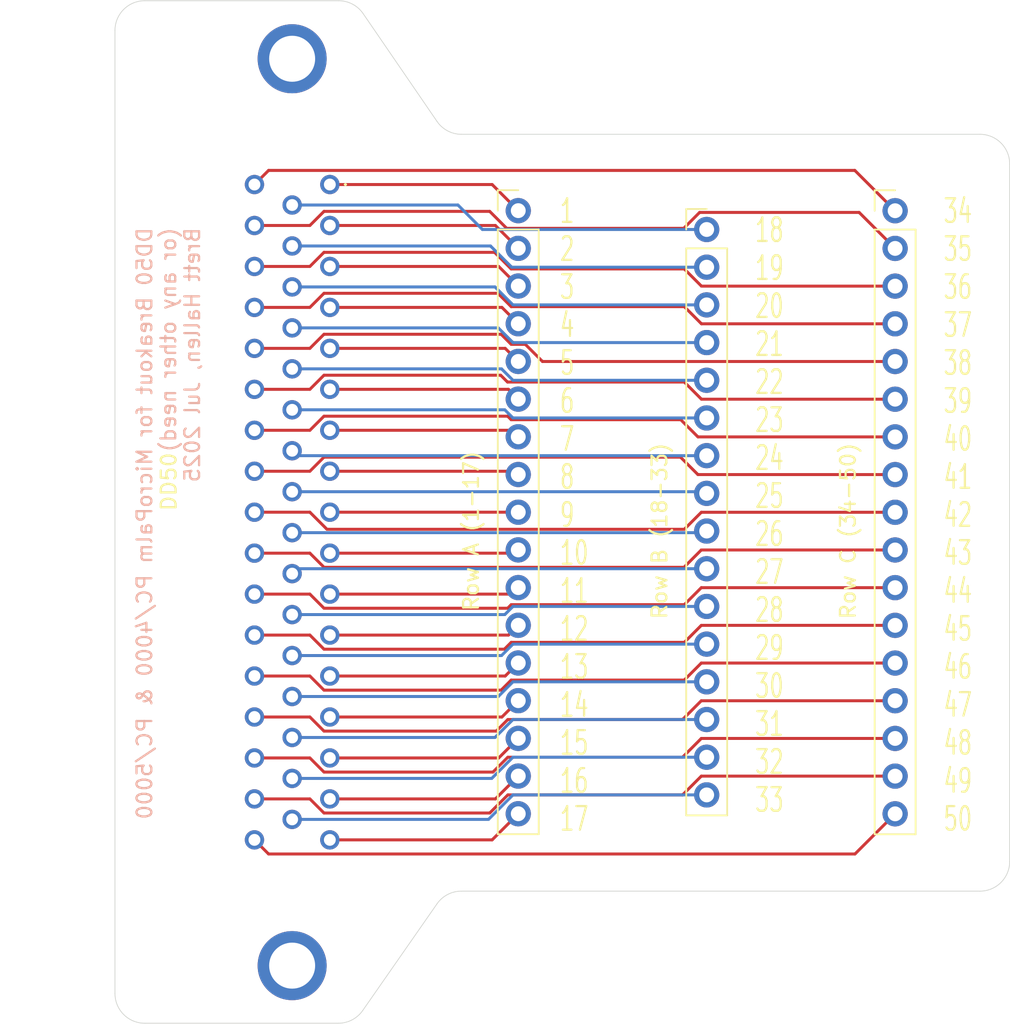
<source format=kicad_pcb>
(kicad_pcb (version 20241229) (generator "pcbnew") (generator_version "9.0")
  (title_block (title "Breakout Adaptor for DD50 Interface") (date "17-Jul-2025") (rev "A") (company "Brett Hallen") (comment 1 "www.youtube.com/@Brfff"))
  (layers (0 "F.Cu" signal) (2 "B.Cu" signal) (13 "F.Paste" user) (15 "B.Paste" user) (5 "F.SilkS" user "F.Silkscreen") (7 "B.SilkS" user "B.Silkscreen") (1 "F.Mask" user) (3 "B.Mask" user) (25 "Edge.Cuts" user))
  (net 0 "")
  (net 1 "45")
  (net 2 "47")
  (net 3 "25")
  (net 4 "44")
  (net 5 "6")
  (net 6 "37")
  (net 7 "30")
  (net 8 "33")
  (net 9 "24")
  (net 10 "40")
  (net 11 "46")
  (net 12 "13")
  (net 13 "36")
  (net 14 "48")
  (net 15 "2")
  (net 16 "29")
  (net 17 "34")
  (net 18 "38")
  (net 19 "20")
  (net 20 "49")
  (net 21 "39")
  (net 23 "3")
  (net 25 "5")
  (net 26 "19")
  (net 27 "1")
  (net 28 "4")
  (net 29 "10")
  (net 30 "28")
  (net 31 "22")
  (net 32 "42")
  (net 33 "21")
  (net 34 "41")
  (net 35 "12")
  (net 36 "43")
  (net 37 "26")
  (net 38 "15")
  (net 39 "31")
  (net 40 "50")
  (net 41 "7")
  (net 42 "23")
  (net 43 "14")
  (net 44 "17")
  (net 45 "11")
  (net 46 "27")
  (net 47 "16")
  (net 48 "32")
  (net 49 "35")
  (net 50 "8")
  (net 51 "18")
  (net 52 "9")
  (footprint "Connector_Dsub:DSUB-50_Pins" (layer "F.Cu") (at 73.34888 39.365 -90)
    (property "Reference" "J1" (hide yes))
    (property "Value" "DD50P564TXLF" (hide yes))
    (fp_line (start 0 -1) (end 0 -1) (stroke (width 0.1)) (layer "F.SilkS"))
    (fp_line (start 0 -1.1) (end 0 -1.1) (stroke (width 0.1)) (layer "F.SilkS"))
    (fp_arc (start 0 -1) (mid -0.05 -1.05) (end 0 -1.1) (stroke (width 0.1)) (layer "F.SilkS"))
    (fp_arc (start 0 -1.1) (mid 0.05 -1.05) (end 0 -1) (stroke (width 0.1)) (layer "F.SilkS"))
    (pad "1" thru_hole circle (at 0 0 270) (size 1.3 1.3) (drill 0.8) (layers "*.Cu" "*.Mask") (net 27 "1"))
    (pad "2" thru_hole circle (at 2.76 0 270) (size 1.3 1.3) (drill 0.8) (layers "*.Cu" "*.Mask") (net 15 "2"))
    (pad "3" thru_hole circle (at 5.52 0 270) (size 1.3 1.3) (drill 0.8) (layers "*.Cu" "*.Mask") (net 23 "3"))
    (pad "4" thru_hole circle (at 8.28 0 270) (size 1.3 1.3) (drill 0.8) (layers "*.Cu" "*.Mask") (net 28 "4"))
    (pad "5" thru_hole circle (at 11.04 0 270) (size 1.3 1.3) (drill 0.8) (layers "*.Cu" "*.Mask") (net 25 "5"))
    (pad "6" thru_hole circle (at 13.8 0 270) (size 1.3 1.3) (drill 0.8) (layers "*.Cu" "*.Mask") (net 5 "6"))
    (pad "7" thru_hole circle (at 16.56 0 270) (size 1.3 1.3) (drill 0.8) (layers "*.Cu" "*.Mask") (net 41 "7"))
    (pad "8" thru_hole circle (at 19.32 0 270) (size 1.3 1.3) (drill 0.8) (layers "*.Cu" "*.Mask") (net 50 "8"))
    (pad "9" thru_hole circle (at 22.08 0 270) (size 1.3 1.3) (drill 0.8) (layers "*.Cu" "*.Mask") (net 52 "9"))
    (pad "10" thru_hole circle (at 24.84 0 270) (size 1.3 1.3) (drill 0.8) (layers "*.Cu" "*.Mask") (net 29 "10"))
    (pad "11" thru_hole circle (at 27.6 0 270) (size 1.3 1.3) (drill 0.8) (layers "*.Cu" "*.Mask") (net 45 "11"))
    (pad "12" thru_hole circle (at 30.36 0 270) (size 1.3 1.3) (drill 0.8) (layers "*.Cu" "*.Mask") (net 35 "12"))
    (pad "13" thru_hole circle (at 33.12 0 270) (size 1.3 1.3) (drill 0.8) (layers "*.Cu" "*.Mask") (net 12 "13"))
    (pad "14" thru_hole circle (at 35.88 0 270) (size 1.3 1.3) (drill 0.8) (layers "*.Cu" "*.Mask") (net 43 "14"))
    (pad "15" thru_hole circle (at 38.64 0 270) (size 1.3 1.3) (drill 0.8) (layers "*.Cu" "*.Mask") (net 38 "15"))
    (pad "16" thru_hole circle (at 41.4 0 270) (size 1.3 1.3) (drill 0.8) (layers "*.Cu" "*.Mask") (net 47 "16"))
    (pad "17" thru_hole circle (at 44.16 0 270) (size 1.3 1.3) (drill 0.8) (layers "*.Cu" "*.Mask") (net 44 "17"))
    (pad "18" thru_hole circle (at 1.38 2.54 270) (size 1.3 1.3) (drill 0.8) (layers "*.Cu" "*.Mask") (net 51 "18"))
    (pad "19" thru_hole circle (at 4.14 2.54 270) (size 1.3 1.3) (drill 0.8) (layers "*.Cu" "*.Mask") (net 26 "19"))
    (pad "20" thru_hole circle (at 6.9 2.54 270) (size 1.3 1.3) (drill 0.8) (layers "*.Cu" "*.Mask") (net 19 "20"))
    (pad "21" thru_hole circle (at 9.66 2.54 270) (size 1.3 1.3) (drill 0.8) (layers "*.Cu" "*.Mask") (net 33 "21"))
    (pad "22" thru_hole circle (at 12.42 2.54 270) (size 1.3 1.3) (drill 0.8) (layers "*.Cu" "*.Mask") (net 31 "22"))
    (pad "23" thru_hole circle (at 15.18 2.54 270) (size 1.3 1.3) (drill 0.8) (layers "*.Cu" "*.Mask") (net 42 "23"))
    (pad "24" thru_hole circle (at 17.94 2.54 270) (size 1.3 1.3) (drill 0.8) (layers "*.Cu" "*.Mask") (net 9 "24"))
    (pad "25" thru_hole circle (at 20.7 2.54 270) (size 1.3 1.3) (drill 0.8) (layers "*.Cu" "*.Mask") (net 3 "25"))
    (pad "26" thru_hole circle (at 23.46 2.54 270) (size 1.3 1.3) (drill 0.8) (layers "*.Cu" "*.Mask") (net 37 "26"))
    (pad "27" thru_hole circle (at 26.22 2.54 270) (size 1.3 1.3) (drill 0.8) (layers "*.Cu" "*.Mask") (net 46 "27"))
    (pad "28" thru_hole circle (at 28.98 2.54 270) (size 1.3 1.3) (drill 0.8) (layers "*.Cu" "*.Mask") (net 30 "28"))
    (pad "29" thru_hole circle (at 31.74 2.54 270) (size 1.3 1.3) (drill 0.8) (layers "*.Cu" "*.Mask") (net 16 "29"))
    (pad "30" thru_hole circle (at 34.5 2.54 270) (size 1.3 1.3) (drill 0.8) (layers "*.Cu" "*.Mask") (net 7 "30"))
    (pad "31" thru_hole circle (at 37.26 2.54 270) (size 1.3 1.3) (drill 0.8) (layers "*.Cu" "*.Mask") (net 39 "31"))
    (pad "32" thru_hole circle (at 40.02 2.54 270) (size 1.3 1.3) (drill 0.8) (layers "*.Cu" "*.Mask") (net 48 "32"))
    (pad "33" thru_hole circle (at 42.78 2.54 270) (size 1.3 1.3) (drill 0.8) (layers "*.Cu" "*.Mask") (net 8 "33"))
    (pad "34" thru_hole circle (at 0 5.08 270) (size 1.3 1.3) (drill 0.8) (layers "*.Cu" "*.Mask") (net 17 "34"))
    (pad "35" thru_hole circle (at 2.76 5.08 270) (size 1.3 1.3) (drill 0.8) (layers "*.Cu" "*.Mask") (net 49 "35"))
    (pad "36" thru_hole circle (at 5.52 5.08 270) (size 1.3 1.3) (drill 0.8) (layers "*.Cu" "*.Mask") (net 13 "36"))
    (pad "37" thru_hole circle (at 8.28 5.08 270) (size 1.3 1.3) (drill 0.8) (layers "*.Cu" "*.Mask") (net 6 "37"))
    (pad "38" thru_hole circle (at 11.04 5.08 270) (size 1.3 1.3) (drill 0.8) (layers "*.Cu" "*.Mask") (net 18 "38"))
    (pad "39" thru_hole circle (at 13.8 5.08 270) (size 1.3 1.3) (drill 0.8) (layers "*.Cu" "*.Mask") (net 21 "39"))
    (pad "40" thru_hole circle (at 16.56 5.08 270) (size 1.3 1.3) (drill 0.8) (layers "*.Cu" "*.Mask") (net 10 "40"))
    (pad "41" thru_hole circle (at 19.32 5.08 270) (size 1.3 1.3) (drill 0.8) (layers "*.Cu" "*.Mask") (net 34 "41"))
    (pad "42" thru_hole circle (at 22.08 5.08 270) (size 1.3 1.3) (drill 0.8) (layers "*.Cu" "*.Mask") (net 32 "42"))
    (pad "43" thru_hole circle (at 24.84 5.08 270) (size 1.3 1.3) (drill 0.8) (layers "*.Cu" "*.Mask") (net 36 "43"))
    (pad "44" thru_hole circle (at 27.6 5.08 270) (size 1.3 1.3) (drill 0.8) (layers "*.Cu" "*.Mask") (net 4 "44"))
    (pad "45" thru_hole circle (at 30.36 5.08 270) (size 1.3 1.3) (drill 0.8) (layers "*.Cu" "*.Mask") (net 1 "45"))
    (pad "46" thru_hole circle (at 33.12 5.08 270) (size 1.3 1.3) (drill 0.8) (layers "*.Cu" "*.Mask") (net 11 "46"))
    (pad "47" thru_hole circle (at 35.88 5.08 270) (size 1.3 1.3) (drill 0.8) (layers "*.Cu" "*.Mask") (net 2 "47"))
    (pad "48" thru_hole circle (at 38.64 5.08 270) (size 1.3 1.3) (drill 0.8) (layers "*.Cu" "*.Mask") (net 14 "48"))
    (pad "49" thru_hole circle (at 41.4 5.08 270) (size 1.3 1.3) (drill 0.8) (layers "*.Cu" "*.Mask") (net 20 "49"))
    (pad "50" thru_hole circle (at 44.16 5.08 270) (size 1.3 1.3) (drill 0.8) (layers "*.Cu" "*.Mask") (net 40 "50"))
    (pad "MH1" thru_hole circle (at -8.475 2.54 270) (size 4.65 4.65) (drill 3.1) (layers "*.Cu" "*.Mask"))
    (pad "MH2" thru_hole circle (at 52.635 2.54 270) (size 4.65 4.65) (drill 3.1) (layers "*.Cu" "*.Mask"))
  )
  (footprint "Connector_PinHeader_2.54mm:PinHeader_1x17_P2.54mm_Vertical" (layer "F.Cu") (at 86.04888 41.125)
    (property "Reference" "J2" (hide yes))
    (property "Value" "Row A (1-17)" (at -3.175 21.59 90) (layer "F.SilkS"))
    (fp_line (start -1.38 -1.38) (end 0 -1.38) (stroke (width 0.12)) (layer "F.SilkS"))
    (fp_line (start -1.38 0) (end -1.38 -1.38) (stroke (width 0.12)) (layer "F.SilkS"))
    (fp_line (start -1.38 1.27) (end -1.38 42.02) (stroke (width 0.12)) (layer "F.SilkS"))
    (fp_line (start -1.38 1.27) (end 1.38 1.27) (stroke (width 0.12)) (layer "F.SilkS"))
    (fp_line (start -1.38 42.02) (end 1.38 42.02) (stroke (width 0.12)) (layer "F.SilkS"))
    (fp_line (start 1.38 1.27) (end 1.38 42.02) (stroke (width 0.12)) (layer "F.SilkS"))
    (pad "1" thru_hole circle (at 0 0) (size 1.7 1.7) (drill 1) (layers "*.Cu" "*.Mask") (net 27 "1"))
    (pad "2" thru_hole circle (at 0 2.54) (size 1.7 1.7) (drill 1) (layers "*.Cu" "*.Mask") (net 15 "2"))
    (pad "3" thru_hole circle (at 0 5.08) (size 1.7 1.7) (drill 1) (layers "*.Cu" "*.Mask") (net 23 "3"))
    (pad "4" thru_hole circle (at 0 7.62) (size 1.7 1.7) (drill 1) (layers "*.Cu" "*.Mask") (net 28 "4"))
    (pad "5" thru_hole circle (at 0 10.16) (size 1.7 1.7) (drill 1) (layers "*.Cu" "*.Mask") (net 25 "5"))
    (pad "6" thru_hole circle (at 0 12.7) (size 1.7 1.7) (drill 1) (layers "*.Cu" "*.Mask") (net 5 "6"))
    (pad "7" thru_hole circle (at 0 15.24) (size 1.7 1.7) (drill 1) (layers "*.Cu" "*.Mask") (net 41 "7"))
    (pad "8" thru_hole circle (at 0 17.78) (size 1.7 1.7) (drill 1) (layers "*.Cu" "*.Mask") (net 50 "8"))
    (pad "9" thru_hole circle (at 0 20.32) (size 1.7 1.7) (drill 1) (layers "*.Cu" "*.Mask") (net 52 "9"))
    (pad "10" thru_hole circle (at 0 22.86) (size 1.7 1.7) (drill 1) (layers "*.Cu" "*.Mask") (net 29 "10"))
    (pad "11" thru_hole circle (at 0 25.4) (size 1.7 1.7) (drill 1) (layers "*.Cu" "*.Mask") (net 45 "11"))
    (pad "12" thru_hole circle (at 0 27.94) (size 1.7 1.7) (drill 1) (layers "*.Cu" "*.Mask") (net 35 "12"))
    (pad "13" thru_hole circle (at 0 30.48) (size 1.7 1.7) (drill 1) (layers "*.Cu" "*.Mask") (net 12 "13"))
    (pad "14" thru_hole circle (at 0 33.02) (size 1.7 1.7) (drill 1) (layers "*.Cu" "*.Mask") (net 43 "14"))
    (pad "15" thru_hole circle (at 0 35.56) (size 1.7 1.7) (drill 1) (layers "*.Cu" "*.Mask") (net 38 "15"))
    (pad "16" thru_hole circle (at 0 38.1) (size 1.7 1.7) (drill 1) (layers "*.Cu" "*.Mask") (net 47 "16"))
    (pad "17" thru_hole circle (at 0 40.64) (size 1.7 1.7) (drill 1) (layers "*.Cu" "*.Mask") (net 44 "17"))
  )
  (footprint "Connector_PinHeader_2.54mm:PinHeader_1x17_P2.54mm_Vertical" (layer "F.Cu") (at 111.44888 41.13)
    (property "Reference" "J4" (hide yes))
    (property "Value" "Row C (34-50)" (at -3.175 21.585 90) (layer "F.SilkS"))
    (fp_line (start -1.38 -1.38) (end 0 -1.38) (stroke (width 0.12)) (layer "F.SilkS"))
    (fp_line (start -1.38 0) (end -1.38 -1.38) (stroke (width 0.12)) (layer "F.SilkS"))
    (fp_line (start -1.38 1.27) (end -1.38 42.02) (stroke (width 0.12)) (layer "F.SilkS"))
    (fp_line (start -1.38 1.27) (end 1.38 1.27) (stroke (width 0.12)) (layer "F.SilkS"))
    (fp_line (start -1.38 42.02) (end 1.38 42.02) (stroke (width 0.12)) (layer "F.SilkS"))
    (fp_line (start 1.38 1.27) (end 1.38 42.02) (stroke (width 0.12)) (layer "F.SilkS"))
    (pad "1" thru_hole circle (at 0 0) (size 1.7 1.7) (drill 1) (layers "*.Cu" "*.Mask") (net 17 "34"))
    (pad "2" thru_hole circle (at 0 2.54) (size 1.7 1.7) (drill 1) (layers "*.Cu" "*.Mask") (net 49 "35"))
    (pad "3" thru_hole circle (at 0 5.08) (size 1.7 1.7) (drill 1) (layers "*.Cu" "*.Mask") (net 13 "36"))
    (pad "4" thru_hole circle (at 0 7.62) (size 1.7 1.7) (drill 1) (layers "*.Cu" "*.Mask") (net 6 "37"))
    (pad "5" thru_hole circle (at 0 10.16) (size 1.7 1.7) (drill 1) (layers "*.Cu" "*.Mask") (net 18 "38"))
    (pad "6" thru_hole circle (at 0 12.7) (size 1.7 1.7) (drill 1) (layers "*.Cu" "*.Mask") (net 21 "39"))
    (pad "7" thru_hole circle (at 0 15.24) (size 1.7 1.7) (drill 1) (layers "*.Cu" "*.Mask") (net 10 "40"))
    (pad "8" thru_hole circle (at 0 17.78) (size 1.7 1.7) (drill 1) (layers "*.Cu" "*.Mask") (net 34 "41"))
    (pad "9" thru_hole circle (at 0 20.32) (size 1.7 1.7) (drill 1) (layers "*.Cu" "*.Mask") (net 32 "42"))
    (pad "10" thru_hole circle (at 0 22.86) (size 1.7 1.7) (drill 1) (layers "*.Cu" "*.Mask") (net 36 "43"))
    (pad "11" thru_hole circle (at 0 25.4) (size 1.7 1.7) (drill 1) (layers "*.Cu" "*.Mask") (net 4 "44"))
    (pad "12" thru_hole circle (at 0 27.94) (size 1.7 1.7) (drill 1) (layers "*.Cu" "*.Mask") (net 1 "45"))
    (pad "13" thru_hole circle (at 0 30.48) (size 1.7 1.7) (drill 1) (layers "*.Cu" "*.Mask") (net 11 "46"))
    (pad "14" thru_hole circle (at 0 33.02) (size 1.7 1.7) (drill 1) (layers "*.Cu" "*.Mask") (net 2 "47"))
    (pad "15" thru_hole circle (at 0 35.56) (size 1.7 1.7) (drill 1) (layers "*.Cu" "*.Mask") (net 14 "48"))
    (pad "16" thru_hole circle (at 0 38.1) (size 1.7 1.7) (drill 1) (layers "*.Cu" "*.Mask") (net 20 "49"))
    (pad "17" thru_hole circle (at 0 40.64) (size 1.7 1.7) (drill 1) (layers "*.Cu" "*.Mask") (net 40 "50"))
  )
  (footprint "Connector_PinHeader_2.54mm:PinHeader_1x16_P2.54mm_Vertical" (layer "F.Cu") (at 98.74888 42.395)
    (property "Reference" "J3" (hide yes))
    (property "Value" "Row B (18-33)" (at -3.175 20.32 90) (layer "F.SilkS"))
    (fp_line (start -1.38 -1.38) (end 0 -1.38) (stroke (width 0.12)) (layer "F.SilkS"))
    (fp_line (start -1.38 0) (end -1.38 -1.38) (stroke (width 0.12)) (layer "F.SilkS"))
    (fp_line (start -1.38 1.27) (end -1.38 39.48) (stroke (width 0.12)) (layer "F.SilkS"))
    (fp_line (start -1.38 1.27) (end 1.38 1.27) (stroke (width 0.12)) (layer "F.SilkS"))
    (fp_line (start -1.38 39.48) (end 1.38 39.48) (stroke (width 0.12)) (layer "F.SilkS"))
    (fp_line (start 1.38 1.27) (end 1.38 39.48) (stroke (width 0.12)) (layer "F.SilkS"))
    (pad "1" thru_hole circle (at 0 0) (size 1.7 1.7) (drill 1) (layers "*.Cu" "*.Mask") (net 51 "18"))
    (pad "2" thru_hole circle (at 0 2.54) (size 1.7 1.7) (drill 1) (layers "*.Cu" "*.Mask") (net 26 "19"))
    (pad "3" thru_hole circle (at 0 5.08) (size 1.7 1.7) (drill 1) (layers "*.Cu" "*.Mask") (net 19 "20"))
    (pad "4" thru_hole circle (at 0 7.62) (size 1.7 1.7) (drill 1) (layers "*.Cu" "*.Mask") (net 33 "21"))
    (pad "5" thru_hole circle (at 0 10.16) (size 1.7 1.7) (drill 1) (layers "*.Cu" "*.Mask") (net 31 "22"))
    (pad "6" thru_hole circle (at 0 12.7) (size 1.7 1.7) (drill 1) (layers "*.Cu" "*.Mask") (net 42 "23"))
    (pad "7" thru_hole circle (at 0 15.24) (size 1.7 1.7) (drill 1) (layers "*.Cu" "*.Mask") (net 9 "24"))
    (pad "8" thru_hole circle (at 0 17.78) (size 1.7 1.7) (drill 1) (layers "*.Cu" "*.Mask") (net 3 "25"))
    (pad "9" thru_hole circle (at 0 20.32) (size 1.7 1.7) (drill 1) (layers "*.Cu" "*.Mask") (net 37 "26"))
    (pad "10" thru_hole circle (at 0 22.86) (size 1.7 1.7) (drill 1) (layers "*.Cu" "*.Mask") (net 46 "27"))
    (pad "11" thru_hole circle (at 0 25.4) (size 1.7 1.7) (drill 1) (layers "*.Cu" "*.Mask") (net 30 "28"))
    (pad "12" thru_hole circle (at 0 27.94) (size 1.7 1.7) (drill 1) (layers "*.Cu" "*.Mask") (net 16 "29"))
    (pad "13" thru_hole circle (at 0 30.48) (size 1.7 1.7) (drill 1) (layers "*.Cu" "*.Mask") (net 7 "30"))
    (pad "14" thru_hole circle (at 0 33.02) (size 1.7 1.7) (drill 1) (layers "*.Cu" "*.Mask") (net 39 "31"))
    (pad "15" thru_hole circle (at 0 35.56) (size 1.7 1.7) (drill 1) (layers "*.Cu" "*.Mask") (net 48 "32"))
    (pad "16" thru_hole circle (at 0 38.1) (size 1.7 1.7) (drill 1) (layers "*.Cu" "*.Mask") (net 8 "33"))
  )
  (gr_line (start 75.594711 27.849121) (end 80.573049 35.110879) (stroke (width 0.05)) (layer "Edge.Cuts"))
  (gr_line (start 60.86888 26.98) (end 73.945131 26.98) (stroke (width 0.05)) (layer "Edge.Cuts"))
  (gr_arc (start 117.16888 35.98) (mid 118.583094 36.565786) (end 119.16888 37.98) (stroke (width 0.05)) (layer "Edge.Cuts"))
  (gr_line (start 82.222629 35.98) (end 117.16888 35.98) (stroke (width 0.05)) (layer "Edge.Cuts"))
  (gr_line (start 80.572015 87.836791) (end 75.565745 95.023209) (stroke (width 0.05)) (layer "Edge.Cuts"))
  (gr_line (start 119.16888 37.98) (end 119.16888 84.98) (stroke (width 0.05)) (layer "Edge.Cuts"))
  (gr_arc (start 75.565745 95.023209) (mid 74.850317 95.652909) (end 73.924687 95.88) (stroke (width 0.05)) (layer "Edge.Cuts"))
  (gr_arc (start 119.16888 84.98) (mid 118.583094 86.394214) (end 117.16888 86.98) (stroke (width 0.05)) (layer "Edge.Cuts"))
  (gr_arc (start 58.86888 28.98) (mid 59.454666 27.565786) (end 60.86888 26.98) (stroke (width 0.05)) (layer "Edge.Cuts"))
  (gr_arc (start 82.222629 35.98) (mid 81.290362 35.749429) (end 80.573049 35.110879) (stroke (width 0.05)) (layer "Edge.Cuts"))
  (gr_line (start 73.924687 95.88) (end 60.86888 95.88) (stroke (width 0.05)) (layer "Edge.Cuts"))
  (gr_line (start 58.86888 93.88) (end 58.86888 28.98) (stroke (width 0.05)) (layer "Edge.Cuts"))
  (gr_arc (start 80.572015 87.836791) (mid 81.287443 87.207091) (end 82.213073 86.98) (stroke (width 0.05)) (layer "Edge.Cuts"))
  (gr_line (start 117.16888 86.98) (end 82.213073 86.98) (stroke (width 0.05)) (layer "Edge.Cuts"))
  (gr_arc (start 60.86888 95.88) (mid 59.454666 95.294214) (end 58.86888 93.88) (stroke (width 0.05)) (layer "Edge.Cuts"))
  (gr_arc (start 73.945131 26.98) (mid 74.877398 27.210571) (end 75.594711 27.849121) (stroke (width 0.05)) (layer "Edge.Cuts"))
  (gr_text "DD50" (at 63.08388 61.445 90) (layer "F.SilkS") (effects (font (size 1 1)) (justify left bottom)))
  (gr_text "34\n35\n36\n37\n38\n39\n40\n41\n42\n43\n44\n45\n46\n47\n48\n49\n50" (at 114.62388 83.04 0) (layer "F.SilkS") (effects (font (size 1.59 1)) (justify left bottom)))
  (gr_text "1\n2\n3\n4\n5\n6\n7\n8\n9\n10\n11\n12\n13\n14\n15\n16\n17" (at 88.76888 83.04 0) (layer "F.SilkS") (effects (font (size 1.59 1)) (justify left bottom)))
  (gr_text "18\n19\n20\n21\n22\n23\n24\n25\n26\n27\n28\n29\n30\n31\n32\n33" (at 101.92388 81.765 0) (layer "F.SilkS") (effects (font (size 1.59 1)) (justify left bottom)))
  (gr_text "DD50 Breakout for MicroPalm PC/4000 & PC/5000\n(or any other need)\nBrett Hallen, Jul 2025" (at 64.66888 42.18 90) (layer "B.SilkS") (effects (font (size 1 1)) (justify left bottom mirror)))
  (segment (start 85.57212 70.216) (end 97.24012 70.216) (width 0.2) (layer "F.Cu") (net 1))
  (segment (start 85.11212 70.676) (end 85.57212 70.216) (width 0.2) (layer "F.Cu") (net 1))
  (segment (start 72.003962 69.725) (end 72.954962 70.676) (width 0.2) (layer "F.Cu") (net 1))
  (segment (start 97.24012 70.216) (end 98.38612 69.07) (width 0.2) (layer "F.Cu") (net 1))
  (segment (start 68.26888 69.725) (end 72.003962 69.725) (width 0.2) (layer "F.Cu") (net 1))
  (segment (start 72.954962 70.676) (end 85.11212 70.676) (width 0.2) (layer "F.Cu") (net 1))
  (segment (start 98.38612 69.07) (end 111.44888 69.07) (width 0.2) (layer "F.Cu") (net 1))
  (segment (start 68.26888 75.245) (end 72.003962 75.245) (width 0.2) (layer "F.Cu") (net 2))
  (segment (start 97.12112 75.415) (end 98.38612 74.15) (width 0.2) (layer "F.Cu") (net 2))
  (segment (start 85.34598 75.415) (end 97.12112 75.415) (width 0.2) (layer "F.Cu") (net 2))
  (segment (start 72.954962 76.196) (end 84.56498 76.196) (width 0.2) (layer "F.Cu") (net 2))
  (segment (start 98.38612 74.15) (end 111.44888 74.15) (width 0.2) (layer "F.Cu") (net 2))
  (segment (start 72.003962 75.245) (end 72.954962 76.196) (width 0.2) (layer "F.Cu") (net 2))
  (segment (start 84.56498 76.196) (end 85.34598 75.415) (width 0.2) (layer "F.Cu") (net 2))
  (segment (start 70.80888 60.065) (end 98.63888 60.065) (width 0.2) (layer "B.Cu") (net 3))
  (segment (start 98.63888 60.065) (end 98.74888 60.175) (width 0.2) (layer "B.Cu") (net 3))
  (segment (start 98.38612 66.53) (end 111.44888 66.53) (width 0.2) (layer "F.Cu") (net 4))
  (segment (start 72.954962 67.916) (end 85.33212 67.916) (width 0.2) (layer "F.Cu") (net 4))
  (segment (start 85.33212 67.916) (end 85.57212 67.676) (width 0.2) (layer "F.Cu") (net 4))
  (segment (start 85.57212 67.676) (end 97.24012 67.676) (width 0.2) (layer "F.Cu") (net 4))
  (segment (start 97.24012 67.676) (end 98.38612 66.53) (width 0.2) (layer "F.Cu") (net 4))
  (segment (start 68.26888 66.965) (end 72.003962 66.965) (width 0.2) (layer "F.Cu") (net 4))
  (segment (start 72.003962 66.965) (end 72.954962 67.916) (width 0.2) (layer "F.Cu") (net 4))
  (segment (start 73.34888 53.165) (end 85.38888 53.165) (width 0.2) (layer "F.Cu") (net 5))
  (segment (start 85.38888 53.165) (end 86.04888 53.825) (width 0.2) (layer "F.Cu") (net 5))
  (segment (start 85.57212 47.594) (end 97.24012 47.594) (width 0.2) (layer "F.Cu") (net 6))
  (segment (start 98.39612 48.75) (end 111.44888 48.75) (width 0.2) (layer "F.Cu") (net 6))
  (segment (start 97.24012 47.594) (end 98.39612 48.75) (width 0.2) (layer "F.Cu") (net 6))
  (segment (start 68.26888 47.645) (end 72.003962 47.645) (width 0.2) (layer "F.Cu") (net 6))
  (segment (start 84.67212 46.694) (end 85.57212 47.594) (width 0.2) (layer "F.Cu") (net 6))
  (segment (start 72.954962 46.694) (end 84.67212 46.694) (width 0.2) (layer "F.Cu") (net 6))
  (segment (start 72.003962 47.645) (end 72.954962 46.694) (width 0.2) (layer "F.Cu") (net 6))
  (segment (start 84.70112 73.865) (end 85.69112 72.875) (width 0.2) (layer "B.Cu") (net 7))
  (segment (start 85.69112 72.875) (end 98.74888 72.875) (width 0.2) (layer "B.Cu") (net 7))
  (segment (start 70.80888 73.865) (end 84.70112 73.865) (width 0.2) (layer "B.Cu") (net 7))
  (segment (start 85.69112 80.495) (end 98.74888 80.495) (width 0.2) (layer "B.Cu") (net 8))
  (segment (start 84.04112 82.145) (end 85.69112 80.495) (width 0.2) (layer "B.Cu") (net 8))
  (segment (start 70.80888 82.145) (end 84.04112 82.145) (width 0.2) (layer "B.Cu") (net 8))
  (segment (start 70.80888 57.305) (end 71.13888 57.635) (width 0.2) (layer "B.Cu") (net 9))
  (segment (start 71.13888 57.635) (end 98.74888 57.635) (width 0.2) (layer "B.Cu") (net 9))
  (segment (start 98.15812 56.37) (end 111.44888 56.37) (width 0.2) (layer "F.Cu") (net 10))
  (segment (start 85.57212 55.214) (end 97.00212 55.214) (width 0.2) (layer "F.Cu") (net 10))
  (segment (start 72.003962 55.925) (end 72.954962 54.974) (width 0.2) (layer "F.Cu") (net 10))
  (segment (start 68.26888 55.925) (end 72.003962 55.925) (width 0.2) (layer "F.Cu") (net 10))
  (segment (start 97.00212 55.214) (end 98.15812 56.37) (width 0.2) (layer "F.Cu") (net 10))
  (segment (start 72.954962 54.974) (end 85.33212 54.974) (width 0.2) (layer "F.Cu") (net 10))
  (segment (start 85.33212 54.974) (end 85.57212 55.214) (width 0.2) (layer "F.Cu") (net 10))
  (segment (start 98.38612 71.61) (end 111.44888 71.61) (width 0.2) (layer "F.Cu") (net 11))
  (segment (start 68.26888 72.485) (end 72.003962 72.485) (width 0.2) (layer "F.Cu") (net 11))
  (segment (start 72.954962 73.436) (end 84.89212 73.436) (width 0.2) (layer "F.Cu") (net 11))
  (segment (start 85.57212 72.756) (end 97.24012 72.756) (width 0.2) (layer "F.Cu") (net 11))
  (segment (start 97.24012 72.756) (end 98.38612 71.61) (width 0.2) (layer "F.Cu") (net 11))
  (segment (start 72.003962 72.485) (end 72.954962 73.436) (width 0.2) (layer "F.Cu") (net 11))
  (segment (start 84.89212 73.436) (end 85.57212 72.756) (width 0.2) (layer "F.Cu") (net 11))
  (segment (start 73.34888 72.485) (end 85.16888 72.485) (width 0.2) (layer "F.Cu") (net 12))
  (segment (start 85.16888 72.485) (end 86.04888 71.605) (width 0.2) (layer "F.Cu") (net 12))
  (segment (start 72.954962 43.934) (end 84.45212 43.934) (width 0.2) (layer "F.Cu") (net 13))
  (segment (start 98.39612 46.21) (end 111.44888 46.21) (width 0.2) (layer "F.Cu") (net 13))
  (segment (start 68.26888 44.885) (end 72.003962 44.885) (width 0.2) (layer "F.Cu") (net 13))
  (segment (start 72.003962 44.885) (end 72.954962 43.934) (width 0.2) (layer "F.Cu") (net 13))
  (segment (start 84.45212 43.934) (end 85.57212 45.054) (width 0.2) (layer "F.Cu") (net 13))
  (segment (start 97.24012 45.054) (end 98.39612 46.21) (width 0.2) (layer "F.Cu") (net 13))
  (segment (start 85.57212 45.054) (end 97.24012 45.054) (width 0.2) (layer "F.Cu") (net 13))
  (segment (start 97.12112 77.955) (end 98.38612 76.69) (width 0.2) (layer "F.Cu") (net 14))
  (segment (start 85.34598 77.955) (end 97.12112 77.955) (width 0.2) (layer "F.Cu") (net 14))
  (segment (start 68.26888 78.005) (end 72.003962 78.005) (width 0.2) (layer "F.Cu") (net 14))
  (segment (start 72.003962 78.005) (end 72.954962 78.956) (width 0.2) (layer "F.Cu") (net 14))
  (segment (start 72.954962 78.956) (end 84.34498 78.956) (width 0.2) (layer "F.Cu") (net 14))
  (segment (start 98.38612 76.69) (end 111.44888 76.69) (width 0.2) (layer "F.Cu") (net 14))
  (segment (start 84.34498 78.956) (end 85.34598 77.955) (width 0.2) (layer "F.Cu") (net 14))
  (segment (start 73.34888 42.125) (end 84.50888 42.125) (width 0.2) (layer "F.Cu") (net 15))
  (segment (start 84.50888 42.125) (end 86.04888 43.665) (width 0.2) (layer "F.Cu") (net 15))
  (segment (start 70.80888 71.105) (end 84.92112 71.105) (width 0.2) (layer "B.Cu") (net 16))
  (segment (start 84.92112 71.105) (end 85.69112 70.335) (width 0.2) (layer "B.Cu") (net 16))
  (segment (start 85.69112 70.335) (end 98.74888 70.335) (width 0.2) (layer "B.Cu") (net 16))
  (segment (start 108.73288 38.414) (end 111.44888 41.13) (width 0.2) (layer "F.Cu") (net 17))
  (segment (start 69.21988 38.414) (end 108.73288 38.414) (width 0.2) (layer "F.Cu") (net 17))
  (segment (start 68.26888 39.365) (end 69.21988 38.414) (width 0.2) (layer "F.Cu") (net 17))
  (segment (start 84.89212 49.454) (end 85.57212 50.134) (width 0.2) (layer "F.Cu") (net 18))
  (segment (start 68.26888 50.405) (end 72.003962 50.405) (width 0.2) (layer "F.Cu") (net 18))
  (segment (start 85.57212 50.134) (end 86.52564 50.134) (width 0.2) (layer "F.Cu") (net 18))
  (segment (start 87.68164 51.29) (end 111.44888 51.29) (width 0.2) (layer "F.Cu") (net 18))
  (segment (start 86.52564 50.134) (end 87.68164 51.29) (width 0.2) (layer "F.Cu") (net 18))
  (segment (start 72.003962 50.405) (end 72.954962 49.454) (width 0.2) (layer "F.Cu") (net 18))
  (segment (start 72.954962 49.454) (end 84.89212 49.454) (width 0.2) (layer "F.Cu") (net 18))
  (segment (start 70.80888 46.265) (end 84.48112 46.265) (width 0.2) (layer "B.Cu") (net 19))
  (segment (start 85.69112 47.475) (end 98.74888 47.475) (width 0.2) (layer "B.Cu") (net 19))
  (segment (start 84.48112 46.265) (end 85.69112 47.475) (width 0.2) (layer "B.Cu") (net 19))
  (segment (start 98.38612 79.23) (end 111.44888 79.23) (width 0.2) (layer "F.Cu") (net 20))
  (segment (start 85.34598 80.495) (end 97.12112 80.495) (width 0.2) (layer "F.Cu") (net 20))
  (segment (start 97.12112 80.495) (end 98.38612 79.23) (width 0.2) (layer "F.Cu") (net 20))
  (segment (start 72.003962 80.765) (end 72.954962 81.716) (width 0.2) (layer "F.Cu") (net 20))
  (segment (start 72.954962 81.716) (end 84.12498 81.716) (width 0.2) (layer "F.Cu") (net 20))
  (segment (start 68.26888 80.765) (end 72.003962 80.765) (width 0.2) (layer "F.Cu") (net 20))
  (segment (start 84.12498 81.716) (end 85.34598 80.495) (width 0.2) (layer "F.Cu") (net 20))
  (segment (start 98.39612 53.83) (end 111.44888 53.83) (width 0.2) (layer "F.Cu") (net 21))
  (segment (start 68.26888 53.165) (end 72.003962 53.165) (width 0.2) (layer "F.Cu") (net 21))
  (segment (start 85.32388 52.674) (end 97.24012 52.674) (width 0.2) (layer "F.Cu") (net 21))
  (segment (start 97.24012 52.674) (end 98.39612 53.83) (width 0.2) (layer "F.Cu") (net 21))
  (segment (start 72.954962 52.214) (end 84.86388 52.214) (width 0.2) (layer "F.Cu") (net 21))
  (segment (start 84.86388 52.214) (end 85.32388 52.674) (width 0.2) (layer "F.Cu") (net 21))
  (segment (start 72.003962 53.165) (end 72.954962 52.214) (width 0.2) (layer "F.Cu") (net 21))
  (segment (start 84.72888 44.885) (end 86.04888 46.205) (width 0.2) (layer "F.Cu") (net 23))
  (segment (start 73.34888 44.885) (end 84.72888 44.885) (width 0.2) (layer "F.Cu") (net 23))
  (segment (start 85.16888 50.405) (end 86.04888 51.285) (width 0.2) (layer "F.Cu") (net 25))
  (segment (start 73.34888 50.405) (end 85.16888 50.405) (width 0.2) (layer "F.Cu") (net 25))
  (segment (start 85.60678 44.935) (end 98.74888 44.935) (width 0.2) (layer "B.Cu") (net 26))
  (segment (start 70.80888 43.505) (end 84.17678 43.505) (width 0.2) (layer "B.Cu") (net 26))
  (segment (start 84.17678 43.505) (end 85.60678 44.935) (width 0.2) (layer "B.Cu") (net 26))
  (segment (start 73.34888 39.365) (end 84.28888 39.365) (width 0.2) (layer "F.Cu") (net 27))
  (segment (start 84.28888 39.365) (end 86.04888 41.125) (width 0.2) (layer "F.Cu") (net 27))
  (segment (start 84.94888 47.645) (end 86.04888 48.745) (width 0.2) (layer "F.Cu") (net 28))
  (segment (start 73.34888 47.645) (end 84.94888 47.645) (width 0.2) (layer "F.Cu") (net 28))
  (segment (start 85.82888 64.205) (end 86.04888 63.985) (width 0.2) (layer "F.Cu") (net 29))
  (segment (start 73.34888 64.205) (end 85.82888 64.205) (width 0.2) (layer "F.Cu") (net 29))
  (segment (start 70.80888 68.345) (end 85.14112 68.345) (width 0.2) (layer "B.Cu") (net 30))
  (segment (start 85.14112 68.345) (end 85.69112 67.795) (width 0.2) (layer "B.Cu") (net 30))
  (segment (start 85.69112 67.795) (end 98.74888 67.795) (width 0.2) (layer "B.Cu") (net 30))
  (segment (start 70.80888 51.785) (end 84.92112 51.785) (width 0.2) (layer "B.Cu") (net 31))
  (segment (start 85.69112 52.555) (end 98.74888 52.555) (width 0.2) (layer "B.Cu") (net 31))
  (segment (start 84.92112 51.785) (end 85.69112 52.555) (width 0.2) (layer "B.Cu") (net 31))
  (segment (start 73.154962 62.596) (end 97.24012 62.596) (width 0.2) (layer "F.Cu") (net 32))
  (segment (start 72.003962 61.445) (end 73.154962 62.596) (width 0.2) (layer "F.Cu") (net 32))
  (segment (start 98.38612 61.45) (end 111.44888 61.45) (width 0.2) (layer "F.Cu") (net 32))
  (segment (start 97.24012 62.596) (end 98.38612 61.45) (width 0.2) (layer "F.Cu") (net 32))
  (segment (start 68.26888 61.445) (end 72.003962 61.445) (width 0.2) (layer "F.Cu") (net 32))
  (segment (start 70.80888 49.025) (end 84.70112 49.025) (width 0.2) (layer "B.Cu") (net 33))
  (segment (start 84.70112 49.025) (end 85.69112 50.015) (width 0.2) (layer "B.Cu") (net 33))
  (segment (start 85.69112 50.015) (end 98.74888 50.015) (width 0.2) (layer "B.Cu") (net 33))
  (segment (start 98.15812 58.91) (end 111.44888 58.91) (width 0.2) (layer "F.Cu") (net 34))
  (segment (start 72.954962 57.734) (end 96.98212 57.734) (width 0.2) (layer "F.Cu") (net 34))
  (segment (start 72.003962 58.685) (end 72.954962 57.734) (width 0.2) (layer "F.Cu") (net 34))
  (segment (start 68.26888 58.685) (end 72.003962 58.685) (width 0.2) (layer "F.Cu") (net 34))
  (segment (start 96.98212 57.734) (end 98.15812 58.91) (width 0.2) (layer "F.Cu") (net 34))
  (segment (start 85.38888 69.725) (end 86.04888 69.065) (width 0.2) (layer "F.Cu") (net 35))
  (segment (start 73.34888 69.725) (end 85.38888 69.725) (width 0.2) (layer "F.Cu") (net 35))
  (segment (start 68.26888 64.205) (end 72.003962 64.205) (width 0.2) (layer "F.Cu") (net 36))
  (segment (start 98.38612 63.99) (end 111.44888 63.99) (width 0.2) (layer "F.Cu") (net 36))
  (segment (start 72.954962 65.156) (end 97.22012 65.156) (width 0.2) (layer "F.Cu") (net 36))
  (segment (start 72.003962 64.205) (end 72.954962 65.156) (width 0.2) (layer "F.Cu") (net 36))
  (segment (start 97.22012 65.156) (end 98.38612 63.99) (width 0.2) (layer "F.Cu") (net 36))
  (segment (start 70.80888 62.825) (end 98.63888 62.825) (width 0.2) (layer "B.Cu") (net 37))
  (segment (start 98.63888 62.825) (end 98.74888 62.715) (width 0.2) (layer "B.Cu") (net 37))
  (segment (start 73.34888 78.005) (end 84.72888 78.005) (width 0.2) (layer "F.Cu") (net 38))
  (segment (start 84.72888 78.005) (end 86.04888 76.685) (width 0.2) (layer "F.Cu") (net 38))
  (segment (start 70.80888 76.625) (end 84.48112 76.625) (width 0.2) (layer "B.Cu") (net 39))
  (segment (start 85.69112 75.415) (end 98.74888 75.415) (width 0.2) (layer "B.Cu") (net 39))
  (segment (start 84.48112 76.625) (end 85.69112 75.415) (width 0.2) (layer "B.Cu") (net 39))
  (segment (start 68.26888 83.525) (end 69.21988 84.476) (width 0.2) (layer "F.Cu") (net 40))
  (segment (start 69.21988 84.476) (end 108.74288 84.476) (width 0.2) (layer "F.Cu") (net 40))
  (segment (start 108.74288 84.476) (end 111.44888 81.77) (width 0.2) (layer "F.Cu") (net 40))
  (segment (start 73.34888 55.925) (end 85.60888 55.925) (width 0.2) (layer "F.Cu") (net 41))
  (segment (start 85.60888 55.925) (end 86.04888 56.365) (width 0.2) (layer "F.Cu") (net 41))
  (segment (start 70.80888 54.545) (end 85.14112 54.545) (width 0.2) (layer "B.Cu") (net 42))
  (segment (start 85.14112 54.545) (end 85.69112 55.095) (width 0.2) (layer "B.Cu") (net 42))
  (segment (start 85.69112 55.095) (end 98.74888 55.095) (width 0.2) (layer "B.Cu") (net 42))
  (segment (start 84.94888 75.245) (end 86.04888 74.145) (width 0.2) (layer "F.Cu") (net 43))
  (segment (start 73.34888 75.245) (end 84.94888 75.245) (width 0.2) (layer "F.Cu") (net 43))
  (segment (start 73.34888 83.525) (end 84.28888 83.525) (width 0.2) (layer "F.Cu") (net 44))
  (segment (start 84.28888 83.525) (end 86.04888 81.765) (width 0.2) (layer "F.Cu") (net 44))
  (segment (start 85.60888 66.965) (end 86.04888 66.525) (width 0.2) (layer "F.Cu") (net 45))
  (segment (start 73.34888 66.965) (end 85.60888 66.965) (width 0.2) (layer "F.Cu") (net 45))
  (segment (start 70.80888 65.585) (end 71.13888 65.255) (width 0.2) (layer "B.Cu") (net 46))
  (segment (start 71.13888 65.255) (end 98.74888 65.255) (width 0.2) (layer "B.Cu") (net 46))
  (segment (start 73.34888 80.765) (end 84.50888 80.765) (width 0.2) (layer "F.Cu") (net 47))
  (segment (start 84.50888 80.765) (end 86.04888 79.225) (width 0.2) (layer "F.Cu") (net 47))
  (segment (start 70.80888 79.385) (end 84.26112 79.385) (width 0.2) (layer "B.Cu") (net 48))
  (segment (start 85.69112 77.955) (end 98.74888 77.955) (width 0.2) (layer "B.Cu") (net 48))
  (segment (start 84.26112 79.385) (end 85.69112 77.955) (width 0.2) (layer "B.Cu") (net 48))
  (segment (start 85.26598 42.315) (end 97.20112 42.315) (width 0.2) (layer "F.Cu") (net 49))
  (segment (start 72.003962 42.125) (end 72.954962 41.174) (width 0.2) (layer "F.Cu") (net 49))
  (segment (start 98.27212 41.244) (end 109.02288 41.244) (width 0.2) (layer "F.Cu") (net 49))
  (segment (start 72.954962 41.174) (end 84.12498 41.174) (width 0.2) (layer "F.Cu") (net 49))
  (segment (start 97.20112 42.315) (end 98.27212 41.244) (width 0.2) (layer "F.Cu") (net 49))
  (segment (start 68.26888 42.125) (end 68.26888 41.76) (width 0.2) (layer "F.Cu") (net 49))
  (segment (start 68.26888 42.125) (end 72.003962 42.125) (width 0.2) (layer "F.Cu") (net 49))
  (segment (start 84.12498 41.174) (end 85.26598 42.315) (width 0.2) (layer "F.Cu") (net 49))
  (segment (start 109.02288 41.244) (end 111.44888 43.67) (width 0.2) (layer "F.Cu") (net 49))
  (segment (start 85.82888 58.685) (end 86.04888 58.905) (width 0.2) (layer "F.Cu") (net 50))
  (segment (start 73.34888 58.685) (end 85.82888 58.685) (width 0.2) (layer "F.Cu") (net 50))
  (segment (start 70.80888 40.745) (end 81.98388 40.745) (width 0.2) (layer "B.Cu") (net 51))
  (segment (start 81.98388 40.745) (end 83.63388 42.395) (width 0.2) (layer "B.Cu") (net 51))
  (segment (start 83.63388 42.395) (end 98.74888 42.395) (width 0.2) (layer "B.Cu") (net 51))
  (segment (start 73.34888 61.445) (end 86.04888 61.445) (width 0.2) (layer "F.Cu") (net 52))
)
</source>
